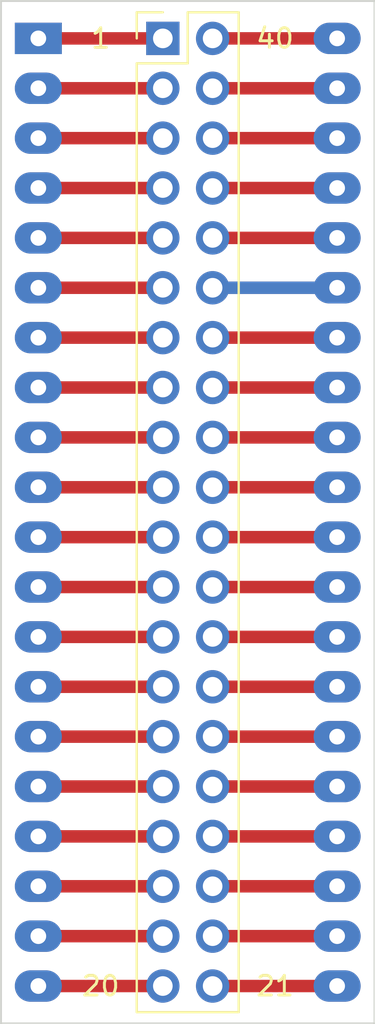
<source format=kicad_pcb>
(kicad_pcb (version 20211014) (generator pcbnew)
  (layers (0 "F.Cu" signal) (31 "B.Cu" signal) (34 "B.Paste" user) (35 "F.Paste" user) (36 "B.SilkS" user "B.Silkscreen") (37 "F.SilkS" user "F.Silkscreen") (38 "B.Mask" user) (39 "F.Mask" user) (44 "Edge.Cuts" user))
  (net 0 "")
  (net 1 "1")
  (net 2 "2")
  (net 3 "3")
  (net 4 "4")
  (net 5 "5")
  (net 6 "6")
  (net 7 "7")
  (net 8 "8")
  (net 9 "9")
  (net 10 "10")
  (net 11 "11")
  (net 12 "12")
  (net 13 "13")
  (net 14 "14")
  (net 15 "15")
  (net 16 "16")
  (net 17 "17")
  (net 18 "18")
  (net 19 "19")
  (net 20 "20")
  (net 21 "21")
  (net 22 "22")
  (net 23 "23")
  (net 24 "24")
  (net 25 "25")
  (net 26 "26")
  (net 27 "27")
  (net 28 "28")
  (net 29 "29")
  (net 30 "30")
  (net 31 "31")
  (net 32 "32")
  (net 33 "33")
  (net 34 "34")
  (net 35 "35")
  (net 36 "36")
  (net 37 "37")
  (net 38 "38")
  (net 39 "39")
  (net 40 "40")
  (footprint "Connector_PinHeader_2.54mm:PinHeader_2x20_P2.54mm_Vertical" (layer "F.Cu") (at 39.365 25.4)
    (fp_text reference "J2" hide)
    (fp_text value "Conn_02x20_Odd_Even" hide)
    (fp_line (start 1.27 -1.33) (end 3.87 -1.33) (layer "F.SilkS") (width 0.12))
    (fp_line (start -1.33 49.59) (end 3.87 49.59) (layer "F.SilkS") (width 0.12))
    (fp_line (start -1.33 1.27) (end 1.27 1.27) (layer "F.SilkS") (width 0.12))
    (fp_line (start -1.33 0) (end -1.33 -1.33) (layer "F.SilkS") (width 0.12))
    (fp_line (start 1.27 1.27) (end 1.27 -1.33) (layer "F.SilkS") (width 0.12))
    (fp_line (start 3.87 -1.33) (end 3.87 49.59) (layer "F.SilkS") (width 0.12))
    (fp_line (start -1.33 1.27) (end -1.33 49.59) (layer "F.SilkS") (width 0.12))
    (fp_line (start -1.33 -1.33) (end 0 -1.33) (layer "F.SilkS") (width 0.12))
    (pad "1" thru_hole rect (at 0 0) (size 1.7 1.7) (drill 1) (layers *.Cu *.Mask) (net 1 "1"))
    (pad "2" thru_hole oval (at 2.54 0) (size 1.7 1.7) (drill 1) (layers *.Cu *.Mask) (net 40 "40"))
    (pad "3" thru_hole oval (at 0 2.54) (size 1.7 1.7) (drill 1) (layers *.Cu *.Mask) (net 2 "2"))
    (pad "4" thru_hole oval (at 2.54 2.54) (size 1.7 1.7) (drill 1) (layers *.Cu *.Mask) (net 39 "39"))
    (pad "5" thru_hole oval (at 0 5.08) (size 1.7 1.7) (drill 1) (layers *.Cu *.Mask) (net 3 "3"))
    (pad "6" thru_hole oval (at 2.54 5.08) (size 1.7 1.7) (drill 1) (layers *.Cu *.Mask) (net 38 "38"))
    (pad "7" thru_hole oval (at 0 7.62) (size 1.7 1.7) (drill 1) (layers *.Cu *.Mask) (net 4 "4"))
    (pad "8" thru_hole oval (at 2.54 7.62) (size 1.7 1.7) (drill 1) (layers *.Cu *.Mask) (net 37 "37"))
    (pad "9" thru_hole oval (at 0 10.16) (size 1.7 1.7) (drill 1) (layers *.Cu *.Mask) (net 5 "5"))
    (pad "10" thru_hole oval (at 2.54 10.16) (size 1.7 1.7) (drill 1) (layers *.Cu *.Mask) (net 36 "36"))
    (pad "11" thru_hole oval (at 0 12.7) (size 1.7 1.7) (drill 1) (layers *.Cu *.Mask) (net 6 "6"))
    (pad "12" thru_hole oval (at 2.54 12.7) (size 1.7 1.7) (drill 1) (layers *.Cu *.Mask) (net 35 "35"))
    (pad "13" thru_hole oval (at 0 15.24) (size 1.7 1.7) (drill 1) (layers *.Cu *.Mask) (net 7 "7"))
    (pad "14" thru_hole oval (at 2.54 15.24) (size 1.7 1.7) (drill 1) (layers *.Cu *.Mask) (net 34 "34"))
    (pad "15" thru_hole oval (at 0 17.78) (size 1.7 1.7) (drill 1) (layers *.Cu *.Mask) (net 8 "8"))
    (pad "16" thru_hole oval (at 2.54 17.78) (size 1.7 1.7) (drill 1) (layers *.Cu *.Mask) (net 33 "33"))
    (pad "17" thru_hole oval (at 0 20.32) (size 1.7 1.7) (drill 1) (layers *.Cu *.Mask) (net 9 "9"))
    (pad "18" thru_hole oval (at 2.54 20.32) (size 1.7 1.7) (drill 1) (layers *.Cu *.Mask) (net 32 "32"))
    (pad "19" thru_hole oval (at 0 22.86) (size 1.7 1.7) (drill 1) (layers *.Cu *.Mask) (net 10 "10"))
    (pad "20" thru_hole oval (at 2.54 22.86) (size 1.7 1.7) (drill 1) (layers *.Cu *.Mask) (net 31 "31"))
    (pad "21" thru_hole oval (at 0 25.4) (size 1.7 1.7) (drill 1) (layers *.Cu *.Mask) (net 11 "11"))
    (pad "22" thru_hole oval (at 2.54 25.4) (size 1.7 1.7) (drill 1) (layers *.Cu *.Mask) (net 30 "30"))
    (pad "23" thru_hole oval (at 0 27.94) (size 1.7 1.7) (drill 1) (layers *.Cu *.Mask) (net 12 "12"))
    (pad "24" thru_hole oval (at 2.54 27.94) (size 1.7 1.7) (drill 1) (layers *.Cu *.Mask) (net 29 "29"))
    (pad "25" thru_hole oval (at 0 30.48) (size 1.7 1.7) (drill 1) (layers *.Cu *.Mask) (net 13 "13"))
    (pad "26" thru_hole oval (at 2.54 30.48) (size 1.7 1.7) (drill 1) (layers *.Cu *.Mask) (net 28 "28"))
    (pad "27" thru_hole oval (at 0 33.02) (size 1.7 1.7) (drill 1) (layers *.Cu *.Mask) (net 14 "14"))
    (pad "28" thru_hole oval (at 2.54 33.02) (size 1.7 1.7) (drill 1) (layers *.Cu *.Mask) (net 27 "27"))
    (pad "29" thru_hole oval (at 0 35.56) (size 1.7 1.7) (drill 1) (layers *.Cu *.Mask) (net 15 "15"))
    (pad "30" thru_hole oval (at 2.54 35.56) (size 1.7 1.7) (drill 1) (layers *.Cu *.Mask) (net 26 "26"))
    (pad "31" thru_hole oval (at 0 38.1) (size 1.7 1.7) (drill 1) (layers *.Cu *.Mask) (net 16 "16"))
    (pad "32" thru_hole oval (at 2.54 38.1) (size 1.7 1.7) (drill 1) (layers *.Cu *.Mask) (net 25 "25"))
    (pad "33" thru_hole oval (at 0 40.64) (size 1.7 1.7) (drill 1) (layers *.Cu *.Mask) (net 17 "17"))
    (pad "34" thru_hole oval (at 2.54 40.64) (size 1.7 1.7) (drill 1) (layers *.Cu *.Mask) (net 24 "24"))
    (pad "35" thru_hole oval (at 0 43.18) (size 1.7 1.7) (drill 1) (layers *.Cu *.Mask) (net 18 "18"))
    (pad "36" thru_hole oval (at 2.54 43.18) (size 1.7 1.7) (drill 1) (layers *.Cu *.Mask) (net 23 "23"))
    (pad "37" thru_hole oval (at 0 45.72) (size 1.7 1.7) (drill 1) (layers *.Cu *.Mask) (net 19 "19"))
    (pad "38" thru_hole oval (at 2.54 45.72) (size 1.7 1.7) (drill 1) (layers *.Cu *.Mask) (net 22 "22"))
    (pad "39" thru_hole oval (at 0 48.26) (size 1.7 1.7) (drill 1) (layers *.Cu *.Mask) (net 20 "20"))
    (pad "40" thru_hole oval (at 2.54 48.26) (size 1.7 1.7) (drill 1) (layers *.Cu *.Mask) (net 21 "21"))
  )
  (footprint "Package_DIP:DIP-40_W15.24mm_Socket_LongPads" (layer "F.Cu") (at 33.015 25.4)
    (fp_text reference "J1" hide)
    (fp_text value "Conn_02x20_Counter_Clockwise" hide)
    (pad "1" thru_hole rect (at 0 0) (size 2.4 1.6) (drill 0.8) (layers *.Cu *.Mask) (net 1 "1"))
    (pad "2" thru_hole oval (at 0 2.54) (size 2.4 1.6) (drill 0.8) (layers *.Cu *.Mask) (net 2 "2"))
    (pad "3" thru_hole oval (at 0 5.08) (size 2.4 1.6) (drill 0.8) (layers *.Cu *.Mask) (net 3 "3"))
    (pad "4" thru_hole oval (at 0 7.62) (size 2.4 1.6) (drill 0.8) (layers *.Cu *.Mask) (net 4 "4"))
    (pad "5" thru_hole oval (at 0 10.16) (size 2.4 1.6) (drill 0.8) (layers *.Cu *.Mask) (net 5 "5"))
    (pad "6" thru_hole oval (at 0 12.7) (size 2.4 1.6) (drill 0.8) (layers *.Cu *.Mask) (net 6 "6"))
    (pad "7" thru_hole oval (at 0 15.24) (size 2.4 1.6) (drill 0.8) (layers *.Cu *.Mask) (net 7 "7"))
    (pad "8" thru_hole oval (at 0 17.78) (size 2.4 1.6) (drill 0.8) (layers *.Cu *.Mask) (net 8 "8"))
    (pad "9" thru_hole oval (at 0 20.32) (size 2.4 1.6) (drill 0.8) (layers *.Cu *.Mask) (net 9 "9"))
    (pad "10" thru_hole oval (at 0 22.86) (size 2.4 1.6) (drill 0.8) (layers *.Cu *.Mask) (net 10 "10"))
    (pad "11" thru_hole oval (at 0 25.4) (size 2.4 1.6) (drill 0.8) (layers *.Cu *.Mask) (net 11 "11"))
    (pad "12" thru_hole oval (at 0 27.94) (size 2.4 1.6) (drill 0.8) (layers *.Cu *.Mask) (net 12 "12"))
    (pad "13" thru_hole oval (at 0 30.48) (size 2.4 1.6) (drill 0.8) (layers *.Cu *.Mask) (net 13 "13"))
    (pad "14" thru_hole oval (at 0 33.02) (size 2.4 1.6) (drill 0.8) (layers *.Cu *.Mask) (net 14 "14"))
    (pad "15" thru_hole oval (at 0 35.56) (size 2.4 1.6) (drill 0.8) (layers *.Cu *.Mask) (net 15 "15"))
    (pad "16" thru_hole oval (at 0 38.1) (size 2.4 1.6) (drill 0.8) (layers *.Cu *.Mask) (net 16 "16"))
    (pad "17" thru_hole oval (at 0 40.64) (size 2.4 1.6) (drill 0.8) (layers *.Cu *.Mask) (net 17 "17"))
    (pad "18" thru_hole oval (at 0 43.18) (size 2.4 1.6) (drill 0.8) (layers *.Cu *.Mask) (net 18 "18"))
    (pad "19" thru_hole oval (at 0 45.72) (size 2.4 1.6) (drill 0.8) (layers *.Cu *.Mask) (net 19 "19"))
    (pad "20" thru_hole oval (at 0 48.26) (size 2.4 1.6) (drill 0.8) (layers *.Cu *.Mask) (net 20 "20"))
    (pad "21" thru_hole oval (at 15.24 48.26) (size 2.4 1.6) (drill 0.8) (layers *.Cu *.Mask) (net 21 "21"))
    (pad "22" thru_hole oval (at 15.24 45.72) (size 2.4 1.6) (drill 0.8) (layers *.Cu *.Mask) (net 22 "22"))
    (pad "23" thru_hole oval (at 15.24 43.18) (size 2.4 1.6) (drill 0.8) (layers *.Cu *.Mask) (net 23 "23"))
    (pad "24" thru_hole oval (at 15.24 40.64) (size 2.4 1.6) (drill 0.8) (layers *.Cu *.Mask) (net 24 "24"))
    (pad "25" thru_hole oval (at 15.24 38.1) (size 2.4 1.6) (drill 0.8) (layers *.Cu *.Mask) (net 25 "25"))
    (pad "26" thru_hole oval (at 15.24 35.56) (size 2.4 1.6) (drill 0.8) (layers *.Cu *.Mask) (net 26 "26"))
    (pad "27" thru_hole oval (at 15.24 33.02) (size 2.4 1.6) (drill 0.8) (layers *.Cu *.Mask) (net 27 "27"))
    (pad "28" thru_hole oval (at 15.24 30.48) (size 2.4 1.6) (drill 0.8) (layers *.Cu *.Mask) (net 28 "28"))
    (pad "29" thru_hole oval (at 15.24 27.94) (size 2.4 1.6) (drill 0.8) (layers *.Cu *.Mask) (net 29 "29"))
    (pad "30" thru_hole oval (at 15.24 25.4) (size 2.4 1.6) (drill 0.8) (layers *.Cu *.Mask) (net 30 "30"))
    (pad "31" thru_hole oval (at 15.24 22.86) (size 2.4 1.6) (drill 0.8) (layers *.Cu *.Mask) (net 31 "31"))
    (pad "32" thru_hole oval (at 15.24 20.32) (size 2.4 1.6) (drill 0.8) (layers *.Cu *.Mask) (net 32 "32"))
    (pad "33" thru_hole oval (at 15.24 17.78) (size 2.4 1.6) (drill 0.8) (layers *.Cu *.Mask) (net 33 "33"))
    (pad "34" thru_hole oval (at 15.24 15.24) (size 2.4 1.6) (drill 0.8) (layers *.Cu *.Mask) (net 34 "34"))
    (pad "35" thru_hole oval (at 15.24 12.7) (size 2.4 1.6) (drill 0.8) (layers *.Cu *.Mask) (net 35 "35"))
    (pad "36" thru_hole oval (at 15.24 10.16) (size 2.4 1.6) (drill 0.8) (layers *.Cu *.Mask) (net 36 "36"))
    (pad "37" thru_hole oval (at 15.24 7.62) (size 2.4 1.6) (drill 0.8) (layers *.Cu *.Mask) (net 37 "37"))
    (pad "38" thru_hole oval (at 15.24 5.08) (size 2.4 1.6) (drill 0.8) (layers *.Cu *.Mask) (net 38 "38"))
    (pad "39" thru_hole oval (at 15.24 2.54) (size 2.4 1.6) (drill 0.8) (layers *.Cu *.Mask) (net 39 "39"))
    (pad "40" thru_hole oval (at 15.24 0) (size 2.4 1.6) (drill 0.8) (layers *.Cu *.Mask) (net 40 "40"))
  )
  (gr_rect (start 31.11 23.495) (end 50.16 75.565) (layer "Edge.Cuts") (width 0.1) (fill none))
  (gr_text "40" (at 45.085 25.4) (layer "F.SilkS") (effects (font (size 1 1))))
  (gr_text "1" (at 36.195 25.4) (layer "F.SilkS") (effects (font (size 1 1))))
  (gr_text "20" (at 36.195 73.66) (layer "F.SilkS") (effects (font (size 1 1))))
  (gr_text "21" (at 45.085 73.66) (layer "F.SilkS") (effects (font (size 1 1))))
  (segment (start 33.015 25.4) (end 39.365 25.4) (width 0.635) (layer "F.Cu") (net 1))
  (segment (start 33.015 27.94) (end 39.365 27.94) (width 0.635) (layer "F.Cu") (net 2))
  (segment (start 33.015 30.48) (end 39.365 30.48) (width 0.635) (layer "F.Cu") (net 3))
  (segment (start 33.015 33.02) (end 39.365 33.02) (width 0.635) (layer "F.Cu") (net 4))
  (segment (start 33.015 35.56) (end 39.365 35.56) (width 0.635) (layer "F.Cu") (net 5))
  (segment (start 33.015 38.1) (end 39.365 38.1) (width 0.635) (layer "F.Cu") (net 6))
  (segment (start 33.015 40.64) (end 39.365 40.64) (width 0.635) (layer "F.Cu") (net 7))
  (segment (start 33.015 43.18) (end 39.365 43.18) (width 0.635) (layer "F.Cu") (net 8))
  (segment (start 33.015 45.72) (end 39.365 45.72) (width 0.635) (layer "F.Cu") (net 9))
  (segment (start 33.015 48.26) (end 39.365 48.26) (width 0.635) (layer "F.Cu") (net 10))
  (segment (start 33.015 50.8) (end 39.365 50.8) (width 0.635) (layer "F.Cu") (net 11))
  (segment (start 33.015 53.34) (end 39.365 53.34) (width 0.635) (layer "F.Cu") (net 12))
  (segment (start 33.015 55.88) (end 39.365 55.88) (width 0.635) (layer "F.Cu") (net 13))
  (segment (start 33.015 58.42) (end 39.365 58.42) (width 0.635) (layer "F.Cu") (net 14))
  (segment (start 33.015 60.96) (end 39.365 60.96) (width 0.635) (layer "F.Cu") (net 15))
  (segment (start 33.015 63.5) (end 39.365 63.5) (width 0.635) (layer "F.Cu") (net 16))
  (segment (start 33.015 66.04) (end 39.365 66.04) (width 0.635) (layer "F.Cu") (net 17))
  (segment (start 33.015 68.58) (end 39.365 68.58) (width 0.635) (layer "F.Cu") (net 18))
  (segment (start 33.015 71.12) (end 39.365 71.12) (width 0.635) (layer "F.Cu") (net 19))
  (segment (start 33.015 73.66) (end 39.365 73.66) (width 0.635) (layer "F.Cu") (net 20))
  (segment (start 41.905 73.66) (end 48.255 73.66) (width 0.635) (layer "F.Cu") (net 21))
  (segment (start 41.905 71.12) (end 48.255 71.12) (width 0.635) (layer "F.Cu") (net 22))
  (segment (start 41.905 68.58) (end 48.255 68.58) (width 0.635) (layer "F.Cu") (net 23))
  (segment (start 41.905 66.04) (end 48.255 66.04) (width 0.635) (layer "F.Cu") (net 24))
  (segment (start 41.905 63.5) (end 48.255 63.5) (width 0.635) (layer "F.Cu") (net 25))
  (segment (start 41.905 60.96) (end 48.255 60.96) (width 0.635) (layer "F.Cu") (net 26))
  (segment (start 41.905 58.42) (end 48.255 58.42) (width 0.635) (layer "F.Cu") (net 27))
  (segment (start 41.905 55.88) (end 48.255 55.88) (width 0.635) (layer "F.Cu") (net 28))
  (segment (start 41.905 53.34) (end 48.255 53.34) (width 0.635) (layer "F.Cu") (net 29))
  (segment (start 41.905 50.8) (end 48.255 50.8) (width 0.635) (layer "F.Cu") (net 30))
  (segment (start 41.905 48.26) (end 48.255 48.26) (width 0.635) (layer "F.Cu") (net 31))
  (segment (start 41.905 45.72) (end 48.255 45.72) (width 0.635) (layer "F.Cu") (net 32))
  (segment (start 41.905 43.18) (end 48.255 43.18) (width 0.635) (layer "F.Cu") (net 33))
  (segment (start 41.905 40.64) (end 48.255 40.64) (width 0.635) (layer "F.Cu") (net 34))
  (segment (start 41.905 38.1) (end 48.255 38.1) (width 0.635) (layer "F.Cu") (net 35))
  (segment (start 41.905 38.1) (end 48.255 38.1) (width 0.635) (layer "B.Cu") (net 35))
  (segment (start 41.905 35.56) (end 48.255 35.56) (width 0.635) (layer "F.Cu") (net 36))
  (segment (start 41.905 33.02) (end 48.255 33.02) (width 0.635) (layer "F.Cu") (net 37))
  (segment (start 41.905 30.48) (end 48.255 30.48) (width 0.635) (layer "F.Cu") (net 38))
  (segment (start 41.905 27.94) (end 48.255 27.94) (width 0.635) (layer "F.Cu") (net 39))
  (segment (start 41.905 25.4) (end 48.255 25.4) (width 0.635) (layer "F.Cu") (net 40))
)
</source>
